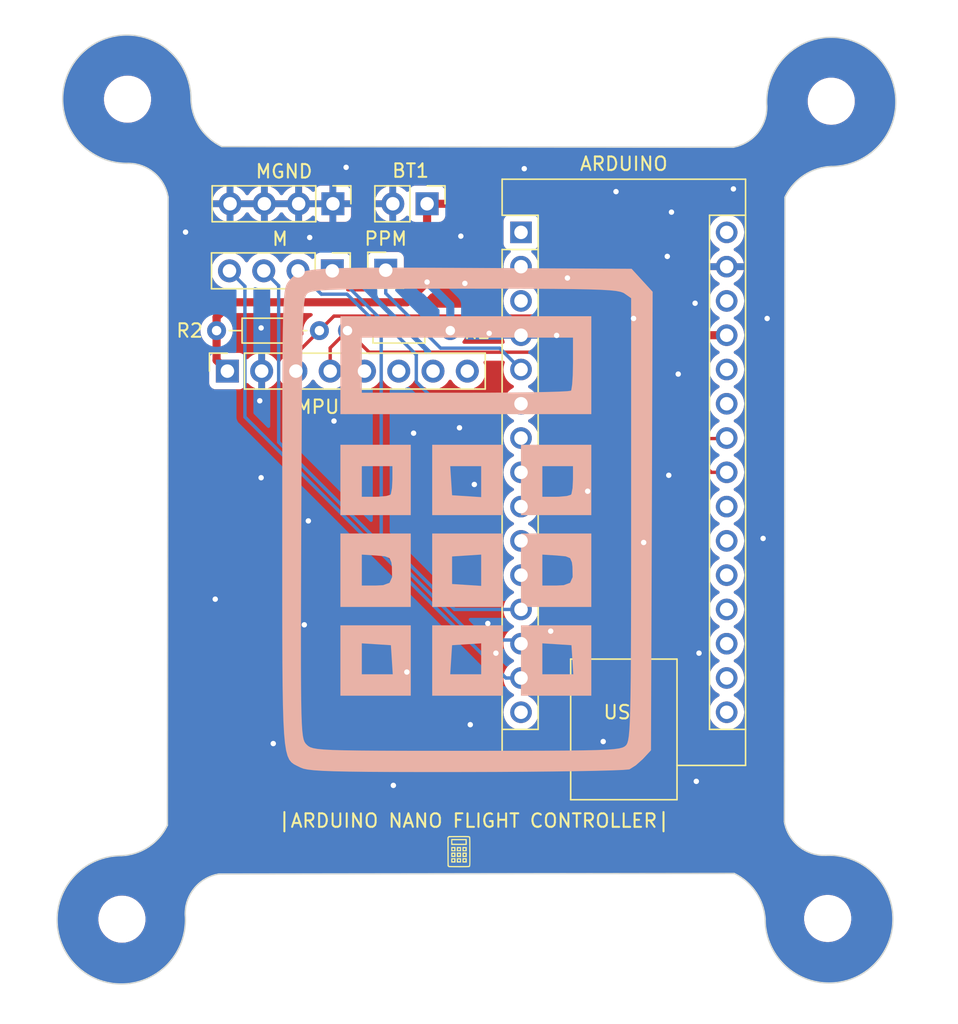
<source format=kicad_pcb>
(kicad_pcb (version 20221018) (generator pcbnew)
  (title_block (title "Arduino nano flight controller") (date "2023-09-30") (rev "0") (company "N/A") (comment 1 "N/A"))
  (layers (0 "F.Cu" signal) (31 "B.Cu" signal) (34 "B.Paste" user) (35 "F.Paste" user) (36 "B.SilkS" user "B.Silkscreen") (37 "F.SilkS" user "F.Silkscreen") (38 "B.Mask" user) (39 "F.Mask" user) (44 "Edge.Cuts" user))
  (net 0 "")
  (net 4 "GND")
  (net 5 "Net-(A2-D2)")
  (net 6 "Net-(A2-D3)")
  (net 12 "Net-(A2-D9)")
  (net 13 "Net-(A2-D10)")
  (net 14 "Net-(A2-D11)")
  (net 23 "/SDA")
  (net 24 "/SCL")
  (net 27 "VCC")
  (footprint "Connector_PinSocket_2.54mm:PinSocket_1x08_P2.54mm_Vertical" (layer "F.Cu") (at 98.7 54.8 90)
    (fp_text reference "MPU6050" (at -2.65 8.6 180) (layer "F.SilkS"))
    (fp_text value "mpu6050 socket pins")
    (fp_line (start -1.33 1.27) (end -1.33 19.11) (stroke (width 0.12)) (layer "F.SilkS"))
    (fp_line (start -1.33 1.27) (end 1.33 1.27) (stroke (width 0.12)) (layer "F.SilkS"))
    (fp_line (start -1.33 19.11) (end 1.33 19.11) (stroke (width 0.12)) (layer "F.SilkS"))
    (fp_line (start 0 -1.33) (end 1.33 -1.33) (stroke (width 0.12)) (layer "F.SilkS"))
    (fp_line (start 1.33 -1.33) (end 1.33 0) (stroke (width 0.12)) (layer "F.SilkS"))
    (fp_line (start 1.33 1.27) (end 1.33 19.11) (stroke (width 0.12)) (layer "F.SilkS"))
    (pad "1" thru_hole rect (at 0 0 90) (size 1.7 1.7) (drill 1) (layers "*.Cu" "*.Mask") (net 27 "VCC"))
    (pad "2" thru_hole oval (at 0 2.54 90) (size 1.7 1.7) (drill 1) (layers "*.Cu" "*.Mask") (net 4 "GND"))
    (pad "3" thru_hole oval (at 0 5.08 90) (size 1.7 1.7) (drill 1) (layers "*.Cu" "*.Mask") (net 24 "/SCL"))
    (pad "4" thru_hole oval (at 0 7.62 90) (size 1.7 1.7) (drill 1) (layers "*.Cu" "*.Mask") (net 23 "/SDA"))
    (pad "5" thru_hole oval (at 0 10.16 90) (size 1.7 1.7) (drill 1) (layers "*.Cu" "*.Mask"))
    (pad "6" thru_hole oval (at 0 12.7 90) (size 1.7 1.7) (drill 1) (layers "*.Cu" "*.Mask"))
    (pad "7" thru_hole oval (at 0 15.24 90) (size 1.7 1.7) (drill 1) (layers "*.Cu" "*.Mask"))
    (pad "8" thru_hole oval (at 0 17.78 90) (size 1.7 1.7) (drill 1) (layers "*.Cu" "*.Mask"))
  )
  (footprint "MountingHole:MountingHole_3.2mm_M3" (layer "F.Cu") (at 90.886202 95.411881)
    (fp_text reference "REF**" hide)
    (fp_text value "MountingHole_3mm")
    (pad "" np_thru_hole circle (at 0 0) (size 3 3) (drill 3) (layers "F&B.Cu" "*.Mask" "Dwgs.User"))
  )
  (footprint "Resistor_THT:R_Axial_DIN0204_L3.6mm_D1.6mm_P7.62mm_Horizontal" (layer "F.Cu") (at 97.9 51.8)
    (fp_text reference "R2" (at -2 0) (layer "F.SilkS"))
    (fp_text value "4.7k")
    (fp_line (start 0.94 0) (end 1.89 0) (stroke (width 0.12)) (layer "F.SilkS"))
    (fp_line (start 1.89 -0.92) (end 1.89 0.92) (stroke (width 0.12)) (layer "F.SilkS"))
    (fp_line (start 1.89 0.92) (end 5.73 0.92) (stroke (width 0.12)) (layer "F.SilkS"))
    (fp_line (start 5.73 -0.92) (end 1.89 -0.92) (stroke (width 0.12)) (layer "F.SilkS"))
    (fp_line (start 5.73 0.92) (end 5.73 -0.92) (stroke (width 0.12)) (layer "F.SilkS"))
    (fp_line (start 6.68 0) (end 5.73 0) (stroke (width 0.12)) (layer "F.SilkS"))
    (pad "1" thru_hole circle (at 0 0) (size 1.4 1.4) (drill 0.7) (layers "*.Cu" "*.Mask") (net 27 "VCC"))
    (pad "2" thru_hole oval (at 7.62 0) (size 1.4 1.4) (drill 0.7) (layers "*.Cu" "*.Mask") (net 24 "/SCL"))
  )
  (footprint "Connector_PinHeader_2.54mm:PinHeader_1x02_P2.54mm_Vertical" (layer "F.Cu") (at 113.5 42.4 -90)
    (fp_text reference "BT1" (at -2.45 1.225 -180) (layer "F.SilkS"))
    (fp_text value "Battery")
    (fp_line (start -1.33 -1.33) (end 0 -1.33) (stroke (width 0.12)) (layer "F.SilkS"))
    (fp_line (start -1.33 0) (end -1.33 -1.33) (stroke (width 0.12)) (layer "F.SilkS"))
    (fp_line (start -1.33 1.27) (end -1.33 3.87) (stroke (width 0.12)) (layer "F.SilkS"))
    (fp_line (start -1.33 1.27) (end 1.33 1.27) (stroke (width 0.12)) (layer "F.SilkS"))
    (fp_line (start -1.33 3.87) (end 1.33 3.87) (stroke (width 0.12)) (layer "F.SilkS"))
    (fp_line (start 1.33 1.27) (end 1.33 3.87) (stroke (width 0.12)) (layer "F.SilkS"))
    (pad "1" thru_hole rect (at 0 0 270) (size 1.7 1.7) (drill 1) (layers "*.Cu" "*.Mask") (net 27 "VCC"))
    (pad "2" thru_hole oval (at 0 2.54 270) (size 1.7 1.7) (drill 1) (layers "*.Cu" "*.Mask") (net 4 "GND"))
  )
  (footprint "Graphics:pcbLogo_2,5mmx2,5mm" (layer "F.Cu") (at 115.85 90.4)
    (fp_text reference "G***" hide)
    (fp_text value "LOGO" hide)
    (fp_poly (pts (xy -0.240156 0.656896) (xy -0.240156 0.819354) (xy -0.402614 0.819354) (xy -0.565073 0.819354) (xy -0.565073 0.720467) (xy -0.48186 0.720467) (xy -0.410452 0.720467) (xy -0.339044 0.720467) (xy -0.339044 0.649059) (xy -0.339044 0.577651) (xy -0.406146 0.581956) (xy -0.473248 0.586262) (xy -0.477554 0.653364) (xy -0.48186 0.720467) (xy -0.565073 0.720467) (xy -0.565073 0.656896) (xy -0.565073 0.494438) (xy -0.402614 0.494438) (xy -0.240156 0.494438)) (fill solid) (layer "F.SilkS"))
    (fp_poly (pts (xy 0.169521 -0.176586) (xy 0.169521 -0.014127) (xy 0.007063 -0.014127) (xy -0.155395 -0.014127) (xy -0.155395 -0.176586) (xy -0.155395 -0.240156) (xy -0.056508 -0.240156) (xy -0.056508 -0.168748) (xy -0.056508 -0.09734) (xy 0.010595 -0.101646) (xy 0.077697 -0.105951) (xy 0.082003 -0.173054) (xy 0.086308 -0.240156) (xy 0.0149 -0.240156) (xy -0.056508 -0.240156) (xy -0.155395 -0.240156) (xy -0.155395 -0.339044) (xy 0.007063 -0.339044) (xy 0.169521 -0.339044)) (fill solid) (layer "F.SilkS"))
    (fp_poly (pts (xy 0.169521 0.240155) (xy 0.169521 0.409677) (xy 0.007063 0.409677) (xy -0.155395 0.409677) (xy -0.155395 0.240155) (xy -0.155395 0.167973) (xy -0.056508 0.167973) (xy -0.056508 0.240155) (xy -0.056508 0.312337) (xy 0.010595 0.308032) (xy 0.077697 0.303726) (xy 0.077697 0.240155) (xy 0.077697 0.176585) (xy 0.010595 0.172279) (xy -0.056508 0.167973) (xy -0.155395 0.167973) (xy -0.155395 0.070634) (xy 0.007063 0.070634) (xy 0.169521 0.070634)) (fill solid) (layer "F.SilkS"))
    (fp_poly (pts (xy 0.169521 0.656896) (xy 0.169521 0.819354) (xy 0.007063 0.819354) (xy -0.155395 0.819354) (xy -0.155395 0.656896) (xy -0.155395 0.577651) (xy -0.056508 0.577651) (xy -0.056508 0.649059) (xy -0.056508 0.720467) (xy 0.0149 0.720467) (xy 0.086308 0.720467) (xy 0.082003 0.653364) (xy 0.077697 0.586262) (xy 0.010595 0.581956) (xy -0.056508 0.577651) (xy -0.155395 0.577651) (xy -0.155395 0.494438) (xy 0.007063 0.494438) (xy 0.169521 0.494438)) (fill solid) (layer "F.SilkS"))
    (fp_poly (pts (xy 0.593325 0.656896) (xy 0.593325 0.819354) (xy 0.430867 0.819354) (xy 0.268409 0.819354) (xy 0.268409 0.720467) (xy 0.351622 0.720467) (xy 0.42303 0.720467) (xy 0.494438 0.720467) (xy 0.494438 0.649059) (xy 0.494438 0.577651) (xy 0.427335 0.581956) (xy 0.360233 0.586262) (xy 0.355927 0.653364) (xy 0.351622 0.720467) (xy 0.268409 0.720467) (xy 0.268409 0.656896) (xy 0.268409 0.494438) (xy 0.430867 0.494438) (xy 0.593325 0.494438)) (fill solid) (layer "F.SilkS"))
    (fp_poly (pts (xy -0.240156 -0.176586) (xy -0.240156 -0.014127) (xy -0.402614 -0.014127) (xy -0.565073 -0.014127) (xy -0.565073 -0.176586) (xy -0.565073 -0.240156) (xy -0.480312 -0.240156) (xy -0.480312 -0.17894) (xy -0.478308 -0.139298) (xy -0.473278 -0.11269) (xy -0.470894 -0.108306) (xy -0.45208 -0.102515) (xy -0.416064 -0.099196) (xy -0.40026 -0.098888) (xy -0.339044 -0.098888) (xy -0.339044 -0.169522) (xy -0.339044 -0.240156) (xy -0.409678 -0.240156) (xy -0.480312 -0.240156) (xy -0.565073 -0.240156) (xy -0.565073 -0.339044) (xy -0.402614 -0.339044) (xy -0.240156 -0.339044)) (fill solid) (layer "F.SilkS"))
    (fp_poly (pts (xy -0.240156 0.240155) (xy -0.240156 0.409677) (xy -0.402614 0.409677) (xy -0.565073 0.409677) (xy -0.565073 0.271599) (xy -0.478827 0.271599) (xy -0.467054 0.298062) (xy -0.437417 0.3091) (xy -0.403058 0.310789) (xy -0.339044 0.310789) (xy -0.339044 0.239381) (xy -0.339044 0.167973) (xy -0.406146 0.172279) (xy -0.446772 0.17613) (xy -0.46716 0.184666) (xy -0.475304 0.203641) (xy -0.477776 0.223842) (xy -0.478827 0.271599) (xy -0.565073 0.271599) (xy -0.565073 0.240155) (xy -0.565073 0.070634) (xy -0.402614 0.070634) (xy -0.240156 0.070634)) (fill solid) (layer "F.SilkS"))
    (fp_poly (pts (xy 0.593325 -0.176586) (xy 0.593325 -0.014127) (xy 0.430867 -0.014127) (xy 0.268409 -0.014127) (xy 0.268409 -0.176586) (xy 0.268409 -0.240156) (xy 0.35317 -0.240156) (xy 0.35317 -0.17894) (xy 0.355173 -0.139298) (xy 0.360204 -0.11269) (xy 0.362588 -0.108306) (xy 0.381402 -0.102515) (xy 0.417418 -0.099196) (xy 0.433222 -0.098888) (xy 0.494438 -0.098888) (xy 0.494438 -0.169522) (xy 0.494438 -0.240156) (xy 0.423804 -0.240156) (xy 0.35317 -0.240156) (xy 0.268409 -0.240156) (xy 0.268409 -0.339044) (xy 0.430867 -0.339044) (xy 0.593325 -0.339044)) (fill solid) (layer "F.SilkS"))
    (fp_poly (pts (xy 0.593325 0.240155) (xy 0.593325 0.409677) (xy 0.430867 0.409677) (xy 0.268409 0.409677) (xy 0.268409 0.271599) (xy 0.354655 0.271599) (xy 0.366427 0.298062) (xy 0.396065 0.3091) (xy 0.430424 0.310789) (xy 0.494438 0.310789) (xy 0.494438 0.239381) (xy 0.494438 0.167973) (xy 0.427335 0.172279) (xy 0.386709 0.17613) (xy 0.366321 0.184666) (xy 0.358177 0.203641) (xy 0.355706 0.223842) (xy 0.354655 0.271599) (xy 0.268409 0.271599) (xy 0.268409 0.240155) (xy 0.268409 0.070634) (xy 0.430867 0.070634) (xy 0.593325 0.070634)) (fill solid) (layer "F.SilkS"))
    (fp_poly (pts (xy 0.593325 -0.706341) (xy 0.593325 -0.480312) (xy 0.014126 -0.480312) (xy -0.565073 -0.480312) (xy -0.565073 -0.706341) (xy -0.565073 -0.833482) (xy -0.480312 -0.833482) (xy -0.480312 -0.715759) (xy -0.479251 -0.660586) (xy -0.476428 -0.61677) (xy -0.472381 -0.591579) (xy -0.470894 -0.588617) (xy -0.455019 -0.586386) (xy -0.414229 -0.584343) (xy -0.35186 -0.582554) (xy -0.27125 -0.581082) (xy -0.175736 -0.579992) (xy -0.068657 -0.57935) (xy 0.016481 -0.5792) (xy 0.494438 -0.5792) (xy 0.494438 -0.706341) (xy 0.494438 -0.833482) (xy 0.007063 -0.833482) (xy -0.480312 -0.833482) (xy -0.565073 -0.833482) (xy -0.565073 -0.93237) (xy 0.014126 -0.93237) (xy 0.593325 -0.93237)) (fill solid) (layer "F.SilkS"))
    (fp_poly (pts (xy 0.421179 -1.156593) (xy 0.519924 -1.155882) (xy 0.599728 -1.154296) (xy 0.662918 -1.151658) (xy 0.711823 -1.147792) (xy 0.748771 -1.14252) (xy 0.77609 -1.135665) (xy 0.796106 -1.127051) (xy 0.81115 -1.116502) (xy 0.823548 -1.10384) (xy 0.83396 -1.091011) (xy 0.839152 -1.08371) (xy 0.843654 -1.074632) (xy 0.847514 -1.061833) (xy 0.850783 -1.043368) (xy 0.853508 -1.017291) (xy 0.855739 -0.981658) (xy 0.857526 -0.934524) (xy 0.858918 -0.873944) (xy 0.859964 -0.797974) (xy 0.860714 -0.704667) (xy 0.861216 -0.59208) (xy 0.861519 -0.458268) (xy 0.861674 -0.301285) (xy 0.861729 -0.119187) (xy 0.861735 0.005825) (xy 0.861768 0.208197) (xy 0.861773 0.384222) (xy 0.86161 0.535807) (xy 0.861135 0.664858) (xy 0.860209 0.773283) (xy 0.85869 0.862988) (xy 0.856436 0.93588) (xy 0.853306 0.993865) (xy 0.849159 1.03885) (xy 0.843854 1.072742) (xy 0.837249 1.097447) (xy 0.829202 1.114872) (xy 0.819574 1.126924) (xy 0.808221 1.135509) (xy 0.795003 1.142534) (xy 0.779779 1.149906) (xy 0.776818 1.151415) (xy 0.764111 1.156221) (xy 0.744629 1.160248) (xy 0.71607 1.163556) (xy 0.676131 1.166206) (xy 0.62251 1.168258) (xy 0.552906 1.169774) (xy 0.465014 1.170815) (xy 0.356532 1.17144) (xy 0.225159 1.171712) (xy 0.068592 1.17169) (xy 0.011296 1.171629) (xy -0.129943 1.171233) (xy -0.26318 1.170431) (xy -0.385636 1.16927) (xy -0.494531 1.167797) (xy -0.587085 1.166058) (xy -0.660518 1.164099) (xy -0.712052 1.161968) (xy -0.738907 1.159709) (xy -0.741658 1.159047) (xy -0.770473 1.140807) (xy -0.802622 1.112122) (xy -0.805228 1.109366) (xy -0.840545 1.07137) (xy -0.84434 0.013073) (xy -0.844375 0.00322) (xy -0.748721 0.00322) (xy -0.748679 0.198487) (xy -0.748522 0.367447) (xy -0.748209 0.512043) (xy -0.747694 0.634221) (xy -0.746935 0.735927) (xy -0.745888 0.819105) (xy -0.744509 0.885702) (xy -0.742755 0.937661) (xy -0.740582 0.976929) (xy -0.737948 1.00545) (xy -0.734807 1.02517) (xy -0.731117 1.038034) (xy -0.726835 1.045988) (xy -0.725342 1.047803) (xy -0.718788 1.053627) (xy -0.708996 1.058505) (xy -0.693597 1.062522) (xy -0.670223 1.065761) (xy -0.636506 1.068304) (xy -0.590077 1.070235) (xy -0.528569 1.071637) (xy -0.449614 1.072594) (xy -0.350843 1.073188) (xy -0.229888 1.073504) (xy -0.084381 1.073624) (xy 0.009252 1.073637) (xy 0.169272 1.073608) (xy 0.303431 1.073458) (xy 0.414121 1.073097) (xy 0.503736 1.072431) (xy 0.574667 1.071368) (xy 0.629308 1.069817) (xy 0.67005 1.067683) (xy 0.699288 1.064877) (xy 0.719412 1.061304) (xy 0.732816 1.056874) (xy 0.741893 1.051493) (xy 0.748993 1.04511) (xy 0.754426 1.03917) (xy 0.759113 1.031674) (xy 0.763099 1.020648) (xy 0.766432 1.004114) (xy 0.769158 0.980098) (xy 0.771325 0.946623) (xy 0.772978 0.901713) (xy 0.774164 0.843393) (xy 0.77493 0.769685) (xy 0.775323 0.678615) (xy 0.77539 0.568206) (xy 0.775176 0.436482) (xy 0.774729 0.281467) (xy 0.774096 0.101186) (xy 0.773715 -0.001416) (xy 0.77297 -0.195475) (xy 0.772248 -0.363239) (xy 0.771492 -0.506667) (xy 0.770641 -0.627717) (xy 0.769638 -0.728348) (xy 0.768422 -0.810518) (xy 0.766936 -0.876186) (xy 0.76512 -0.92731) (xy 0.762916 -0.965849) (xy 0.760264 -0.993762) (xy 0.757105 -1.013006) (xy 0.753381 -1.025542) (xy 0.749033 -1.033326) (xy 0.744002 -1.038318) (xy 0.742489 -1.039463) (xy 0.732133 -1.044126) (xy 0.713419 -1.048033) (xy 0.684105 -1.051247) (xy 0.641954 -1.053829) (xy 0.584727 -1.055841) (xy 0.510185 -1.057345) (xy 0.416088 -1.058402) (xy 0.300198 -1.059074) (xy 0.160277 -1.059423) (xy 0.01457 -1.059511) (xy -0.146539 -1.059423) (xy -0.281745 -1.059111) (xy -0.3934 -1.058504) (xy -0.483855 -1.057533) (xy -0.555461 -1.056126) (xy -0.610569 -1.054213) (xy -0.651531 -1.051722) (xy -0.680696 -1.048585) (xy -0.700417 -1.044729) (xy -0.713045 -1.040084) (xy -0.717324 -1.03752) (xy -0.748721 -1.015528) (xy -0.748721 0.00322) (xy -0.844375 0.00322) (xy -0.848135 -1.045225) (xy -0.799521 -1.09828) (xy -0.750908 -1.151335) (xy -0.011983 -1.15524) (xy 0.157553 -1.156095) (xy 0.301165 -1.156605)) (fill solid) (layer "F.SilkS"))
  )
  (footprint "MountingHole:MountingHole_3.2mm_M3" (layer "F.Cu") (at 91.3 34.65)
    (fp_text reference "REF**" hide)
    (fp_text value "MountingHole_3mm")
    (pad "" np_thru_hole circle (at 0 0) (size 3 3) (drill 3) (layers "F&B.Cu" "*.Mask" "Dwgs.User"))
  )
  (footprint "Connector_PinHeader_2.54mm:PinHeader_1x04_P2.54mm_Vertical" (layer "F.Cu") (at 106.475 47.37 -90)
    (fp_text reference "M" (at -2.37 3.875) (layer "F.SilkS"))
    (fp_text value "Conn_01x04_Pin" hide)
    (fp_line (start -1.33 -1.33) (end 0 -1.33) (stroke (width 0.12)) (layer "F.SilkS"))
    (fp_line (start -1.33 0) (end -1.33 -1.33) (stroke (width 0.12)) (layer "F.SilkS"))
    (fp_line (start -1.33 1.27) (end -1.33 8.95) (stroke (width 0.12)) (layer "F.SilkS"))
    (fp_line (start -1.33 1.27) (end 1.33 1.27) (stroke (width 0.12)) (layer "F.SilkS"))
    (fp_line (start -1.33 8.95) (end 1.33 8.95) (stroke (width 0.12)) (layer "F.SilkS"))
    (fp_line (start 1.33 1.27) (end 1.33 8.95) (stroke (width 0.12)) (layer "F.SilkS"))
    (pad "1" thru_hole rect (at 0 0 270) (size 1.7 1.7) (drill 1) (layers "*.Cu" "*.Mask") (net 6 "Net-(A2-D3)"))
    (pad "2" thru_hole oval (at 0 2.54 270) (size 1.7 1.7) (drill 1) (layers "*.Cu" "*.Mask") (net 12 "Net-(A2-D9)"))
    (pad "3" thru_hole oval (at 0 5.08 270) (size 1.7 1.7) (drill 1) (layers "*.Cu" "*.Mask") (net 13 "Net-(A2-D10)"))
    (pad "4" thru_hole oval (at 0 7.62 270) (size 1.7 1.7) (drill 1) (layers "*.Cu" "*.Mask") (net 14 "Net-(A2-D11)"))
  )
  (footprint "Connector_PinHeader_2.54mm:PinHeader_1x01_P2.54mm_Vertical" (layer "F.Cu") (at 110.435 47.32)
    (fp_text reference "PPM" (at 0 -2.33) (layer "F.SilkS"))
    (fp_text value "Conn_01x01_Pin")
    (fp_line (start -1.33 -1.33) (end 0 -1.33) (stroke (width 0.12)) (layer "F.SilkS"))
    (fp_line (start -1.33 0) (end -1.33 -1.33) (stroke (width 0.12)) (layer "F.SilkS"))
    (fp_line (start -1.33 1.27) (end -1.33 1.33) (stroke (width 0.12)) (layer "F.SilkS"))
    (fp_line (start -1.33 1.27) (end 1.33 1.27) (stroke (width 0.12)) (layer "F.SilkS"))
    (fp_line (start -1.33 1.33) (end 1.33 1.33) (stroke (width 0.12)) (layer "F.SilkS"))
    (fp_line (start 1.33 1.27) (end 1.33 1.33) (stroke (width 0.12)) (layer "F.SilkS"))
    (pad "1" thru_hole rect (at 0 0) (size 1.7 1.7) (drill 1) (layers "*.Cu" "*.Mask") (net 5 "Net-(A2-D2)"))
  )
  (footprint "MountingHole:MountingHole_3.2mm_M3" (layer "F.Cu") (at 143.45 34.8)
    (fp_text reference "REF**" hide)
    (fp_text value "MountingHole_3mm")
    (pad "" np_thru_hole circle (at 0 0) (size 3 3) (drill 3) (layers "F&B.Cu" "*.Mask" "Dwgs.User"))
  )
  (footprint "MountingHole:MountingHole_3.2mm_M3" (layer "F.Cu") (at 143.186202 95.361881)
    (fp_text reference "REF**" hide)
    (fp_text value "MountingHole_3mm")
    (pad "" np_thru_hole circle (at 0 0) (size 3 3) (drill 3) (layers "F&B.Cu" "*.Mask" "Dwgs.User"))
  )
  (footprint "Module:Arduino_Nano" (layer "F.Cu") (at 120.46 44.52)
    (fp_text reference "ARDUINO" (at 7.62 -5.08) (layer "F.SilkS"))
    (fp_text value "Arduino_Nano_v2.x")
    (fp_text user "USB" (at 7.62 35.56 unlocked) (layer "F.SilkS"))
    (fp_line (start -1.4 -3.94) (end -1.4 -1.27) (stroke (width 0.12)) (layer "F.SilkS"))
    (fp_line (start -1.4 1.27) (end -1.4 39.5) (stroke (width 0.12)) (layer "F.SilkS"))
    (fp_line (start -1.4 39.5) (end 3.68 39.5) (stroke (width 0.12)) (layer "F.SilkS"))
    (fp_line (start 1.27 -1.27) (end -1.4 -1.27) (stroke (width 0.12)) (layer "F.SilkS"))
    (fp_line (start 1.27 1.27) (end -1.4 1.27) (stroke (width 0.12)) (layer "F.SilkS"))
    (fp_line (start 1.27 1.27) (end 1.27 -1.27) (stroke (width 0.12)) (layer "F.SilkS"))
    (fp_line (start 1.27 1.27) (end 1.27 36.83) (stroke (width 0.12)) (layer "F.SilkS"))
    (fp_line (start 1.27 36.83) (end -1.4 36.83) (stroke (width 0.12)) (layer "F.SilkS"))
    (fp_line (start 3.68 31.62) (end 11.56 31.62) (stroke (width 0.12)) (layer "F.SilkS"))
    (fp_line (start 3.68 42.04) (end 3.68 31.62) (stroke (width 0.12)) (layer "F.SilkS"))
    (fp_line (start 11.56 31.62) (end 11.56 42.04) (stroke (width 0.12)) (layer "F.SilkS"))
    (fp_line (start 11.56 42.04) (end 3.68 42.04) (stroke (width 0.12)) (layer "F.SilkS"))
    (fp_line (start 13.97 -1.27) (end 13.97 36.83) (stroke (width 0.12)) (layer "F.SilkS"))
    (fp_line (start 13.97 -1.27) (end 16.64 -1.27) (stroke (width 0.12)) (layer "F.SilkS"))
    (fp_line (start 13.97 36.83) (end 16.64 36.83) (stroke (width 0.12)) (layer "F.SilkS"))
    (fp_line (start 16.64 -3.94) (end -1.4 -3.94) (stroke (width 0.12)) (layer "F.SilkS"))
    (fp_line (start 16.64 39.5) (end 11.56 39.5) (stroke (width 0.12)) (layer "F.SilkS"))
    (fp_line (start 16.64 39.5) (end 16.64 -3.94) (stroke (width 0.12)) (layer "F.SilkS"))
    (pad "1" thru_hole rect (at 0 0) (size 1.6 1.6) (drill 1) (layers "*.Cu" "*.Mask"))
    (pad "2" thru_hole oval (at 0 2.54) (size 1.6 1.6) (drill 1) (layers "*.Cu" "*.Mask"))
    (pad "3" thru_hole oval (at 0 5.08) (size 1.6 1.6) (drill 1) (layers "*.Cu" "*.Mask"))
    (pad "4" thru_hole oval (at 0 7.62) (size 1.6 1.6) (drill 1) (layers "*.Cu" "*.Mask") (net 4 "GND"))
    (pad "5" thru_hole oval (at 0 10.16) (size 1.6 1.6) (drill 1) (layers "*.Cu" "*.Mask") (net 5 "Net-(A2-D2)"))
    (pad "6" thru_hole oval (at 0 12.7) (size 1.6 1.6) (drill 1) (layers "*.Cu" "*.Mask") (net 6 "Net-(A2-D3)"))
    (pad "7" thru_hole oval (at 0 15.24) (size 1.6 1.6) (drill 1) (layers "*.Cu" "*.Mask"))
    (pad "8" thru_hole oval (at 0 17.78) (size 1.6 1.6) (drill 1) (layers "*.Cu" "*.Mask"))
    (pad "9" thru_hole oval (at 0 20.32) (size 1.6 1.6) (drill 1) (layers "*.Cu" "*.Mask"))
    (pad "10" thru_hole oval (at 0 22.86) (size 1.6 1.6) (drill 1) (layers "*.Cu" "*.Mask"))
    (pad "11" thru_hole oval (at 0 25.4) (size 1.6 1.6) (drill 1) (layers "*.Cu" "*.Mask"))
    (pad "12" thru_hole oval (at 0 27.94) (size 1.6 1.6) (drill 1) (layers "*.Cu" "*.Mask") (net 12 "Net-(A2-D9)"))
    (pad "13" thru_hole oval (at 0 30.48) (size 1.6 1.6) (drill 1) (layers "*.Cu" "*.Mask") (net 13 "Net-(A2-D10)"))
    (pad "14" thru_hole oval (at 0 33.02) (size 1.6 1.6) (drill 1) (layers "*.Cu" "*.Mask") (net 14 "Net-(A2-D11)"))
    (pad "15" thru_hole oval (at 0 35.56) (size 1.6 1.6) (drill 1) (layers "*.Cu" "*.Mask"))
    (pad "16" thru_hole oval (at 15.24 35.56) (size 1.6 1.6) (drill 1) (layers "*.Cu" "*.Mask"))
    (pad "17" thru_hole oval (at 15.24 33.02) (size 1.6 1.6) (drill 1) (layers "*.Cu" "*.Mask"))
    (pad "18" thru_hole oval (at 15.24 30.48) (size 1.6 1.6) (drill 1) (layers "*.Cu" "*.Mask"))
    (pad "19" thru_hole oval (at 15.24 27.94) (size 1.6 1.6) (drill 1) (layers "*.Cu" "*.Mask"))
    (pad "20" thru_hole oval (at 15.24 25.4) (size 1.6 1.6) (drill 1) (layers "*.Cu" "*.Mask"))
    (pad "21" thru_hole oval (at 15.24 22.86) (size 1.6 1.6) (drill 1) (layers "*.Cu" "*.Mask"))
    (pad "22" thru_hole oval (at 15.24 20.32) (size 1.6 1.6) (drill 1) (layers "*.Cu" "*.Mask"))
    (pad "23" thru_hole oval (at 15.24 17.78) (size 1.6 1.6) (drill 1) (layers "*.Cu" "*.Mask") (net 23 "/SDA"))
    (pad "24" thru_hole oval (at 15.24 15.24) (size 1.6 1.6) (drill 1) (layers "*.Cu" "*.Mask") (net 24 "/SCL"))
    (pad "25" thru_hole oval (at 15.24 12.7) (size 1.6 1.6) (drill 1) (layers "*.Cu" "*.Mask"))
    (pad "26" thru_hole oval (at 15.24 10.16) (size 1.6 1.6) (drill 1) (layers "*.Cu" "*.Mask"))
    (pad "27" thru_hole oval (at 15.24 7.62) (size 1.6 1.6) (drill 1) (layers "*.Cu" "*.Mask") (net 27 "VCC"))
    (pad "28" thru_hole oval (at 15.24 5.08) (size 1.6 1.6) (drill 1) (layers "*.Cu" "*.Mask"))
    (pad "29" thru_hole oval (at 15.24 2.54) (size 1.6 1.6) (drill 1) (layers "*.Cu" "*.Mask") (net 4 "GND"))
    (pad "30" thru_hole oval (at 15.24 0) (size 1.6 1.6) (drill 1) (layers "*.Cu" "*.Mask"))
  )
  (footprint "Resistor_THT:R_Axial_DIN0204_L3.6mm_D1.6mm_P7.62mm_Horizontal" (layer "F.Cu") (at 115.22 51.8 180)
    (fp_text reference "R1" (at -1.98 -0.1) (layer "F.SilkS"))
    (fp_text value "4.7k")
    (fp_line (start 0.94 0) (end 1.89 0) (stroke (width 0.12)) (layer "F.SilkS"))
    (fp_line (start 1.89 -0.92) (end 1.89 0.92) (stroke (width 0.12)) (layer "F.SilkS"))
    (fp_line (start 1.89 0.92) (end 5.73 0.92) (stroke (width 0.12)) (layer "F.SilkS"))
    (fp_line (start 5.73 -0.92) (end 1.89 -0.92) (stroke (width 0.12)) (layer "F.SilkS"))
    (fp_line (start 5.73 0.92) (end 5.73 -0.92) (stroke (width 0.12)) (layer "F.SilkS"))
    (fp_line (start 6.68 0) (end 5.73 0) (stroke (width 0.12)) (layer "F.SilkS"))
    (pad "1" thru_hole circle (at 0 0 180) (size 1.4 1.4) (drill 0.7) (layers "*.Cu" "*.Mask") (net 27 "VCC"))
    (pad "2" thru_hole oval (at 7.62 0 180) (size 1.4 1.4) (drill 0.7) (layers "*.Cu" "*.Mask") (net 23 "/SDA"))
  )
  (footprint "Connector_PinHeader_2.54mm:PinHeader_1x04_P2.54mm_Vertical" (layer "F.Cu") (at 106.52 42.4 -90)
    (fp_text reference "MGND" (at -2.4 3.62 180) (layer "F.SilkS"))
    (fp_text value "motors pins")
    (fp_line (start -1.33 -1.33) (end 0 -1.33) (stroke (width 0.12)) (layer "F.SilkS"))
    (fp_line (start -1.33 0) (end -1.33 -1.33) (stroke (width 0.12)) (layer "F.SilkS"))
    (fp_line (start -1.33 1.27) (end -1.33 8.95) (stroke (width 0.12)) (layer "F.SilkS"))
    (fp_line (start -1.33 1.27) (end 1.33 1.27) (stroke (width 0.12)) (layer "F.SilkS"))
    (fp_line (start -1.33 8.95) (end 1.33 8.95) (stroke (width 0.12)) (layer "F.SilkS"))
    (fp_line (start 1.33 1.27) (end 1.33 8.95) (stroke (width 0.12)) (layer "F.SilkS"))
    (pad "1" thru_hole rect (at 0 0 270) (size 1.7 1.7) (drill 1) (layers "*.Cu" "*.Mask") (net 4 "GND"))
    (pad "2" thru_hole oval (at 0 2.54 270) (size 1.7 1.7) (drill 1) (layers "*.Cu" "*.Mask") (net 4 "GND"))
    (pad "3" thru_hole oval (at 0 5.08 270) (size 1.7 1.7) (drill 1) (layers "*.Cu" "*.Mask") (net 4 "GND"))
    (pad "4" thru_hole oval (at 0 7.62 270) (size 1.7 1.7) (drill 1) (layers "*.Cu" "*.Mask") (net 4 "GND"))
  )
  (footprint "Graphics:pcbLogo_40mmx40mm" (layer "B.Cu") (at 116.6 65.7 180)
    (fp_text reference "G***" hide)
    (fp_text value "LOGO" hide)
    (fp_poly (pts (xy -3.855357 -10.545536) (xy -3.855357 -13.153572) (xy -6.463392 -13.153572) (xy -9.071428 -13.153572) (xy -9.071428 -11.566072) (xy -7.735566 -11.566072) (xy -6.589211 -11.566072) (xy -5.442857 -11.566072) (xy -5.442857 -10.419717) (xy -5.442857 -9.273363) (xy -6.520089 -9.342485) (xy -7.597321 -9.411608) (xy -7.666443 -10.48884) (xy -7.735566 -11.566072) (xy -9.071428 -11.566072) (xy -9.071428 -10.545536) (xy -9.071428 -7.9375) (xy -6.463392 -7.9375) (xy -3.855357 -7.9375)) (fill solid) (layer "B.SilkS"))
    (fp_poly (pts (xy 2.721429 -10.545536) (xy 2.721429 -13.153572) (xy 0.113393 -13.153572) (xy -2.494642 -13.153572) (xy -2.494642 -10.545536) (xy -2.494642 -9.273363) (xy -0.907142 -9.273363) (xy -0.907142 -10.419717) (xy -0.907142 -11.566072) (xy 0.239212 -11.566072) (xy 1.385566 -11.566072) (xy 1.316444 -10.48884) (xy 1.247322 -9.411608) (xy 0.17009 -9.342485) (xy -0.907142 -9.273363) (xy -2.494642 -9.273363) (xy -2.494642 -7.9375) (xy 0.113393 -7.9375) (xy 2.721429 -7.9375)) (fill solid) (layer "B.SilkS"))
    (fp_poly (pts (xy 2.721429 -3.855358) (xy 2.721429 -6.576786) (xy 0.113393 -6.576786) (xy -2.494642 -6.576786) (xy -2.494642 -3.855358) (xy -2.494642 -2.696577) (xy -0.907142 -2.696577) (xy -0.907142 -3.855358) (xy -0.907142 -5.014138) (xy 0.17009 -4.945016) (xy 1.247322 -4.875893) (xy 1.247322 -3.855358) (xy 1.247322 -2.834822) (xy 0.17009 -2.765699) (xy -0.907142 -2.696577) (xy -2.494642 -2.696577) (xy -2.494642 -1.133929) (xy 0.113393 -1.133929) (xy 2.721429 -1.133929)) (fill solid) (layer "B.SilkS"))
    (fp_poly (pts (xy 2.721429 2.834821) (xy 2.721429 0.226785) (xy 0.113393 0.226785) (xy -2.494642 0.226785) (xy -2.494642 2.834821) (xy -2.494642 3.855357) (xy -0.907142 3.855357) (xy -0.907142 2.709002) (xy -0.907142 1.562648) (xy 0.17009 1.63177) (xy 1.247322 1.700892) (xy 1.316444 2.778125) (xy 1.385566 3.855357) (xy 0.239212 3.855357) (xy -0.907142 3.855357) (xy -2.494642 3.855357) (xy -2.494642 5.442857) (xy 0.113393 5.442857) (xy 2.721429 5.442857)) (fill solid) (layer "B.SilkS"))
    (fp_poly (pts (xy 9.525 -10.545536) (xy 9.525 -13.153572) (xy 6.916965 -13.153572) (xy 4.308929 -13.153572) (xy 4.308929 -11.566072) (xy 5.644791 -11.566072) (xy 6.791146 -11.566072) (xy 7.9375 -11.566072) (xy 7.9375 -10.419717) (xy 7.9375 -9.273363) (xy 6.860268 -9.342485) (xy 5.783036 -9.411608) (xy 5.713914 -10.48884) (xy 5.644791 -11.566072) (xy 4.308929 -11.566072) (xy 4.308929 -10.545536) (xy 4.308929 -7.9375) (xy 6.916965 -7.9375) (xy 9.525 -7.9375)) (fill solid) (layer "B.SilkS"))
    (fp_poly (pts (xy -3.855357 -3.855358) (xy -3.855357 -6.576786) (xy -6.463392 -6.576786) (xy -9.071428 -6.576786) (xy -9.071428 -4.360136) (xy -7.686872 -4.360136) (xy -7.497885 -4.78497) (xy -7.022091 -4.96216) (xy -6.47051 -4.989286) (xy -5.442857 -4.989286) (xy -5.442857 -3.842932) (xy -5.442857 -2.696577) (xy -6.520089 -2.765699) (xy -7.172286 -2.827523) (xy -7.499583 -2.96455) (xy -7.630325 -3.269171) (xy -7.669996 -3.593465) (xy -7.686872 -4.360136) (xy -9.071428 -4.360136) (xy -9.071428 -3.855358) (xy -9.071428 -1.133929) (xy -6.463392 -1.133929) (xy -3.855357 -1.133929)) (fill solid) (layer "B.SilkS"))
    (fp_poly (pts (xy -3.855357 2.834821) (xy -3.855357 0.226785) (xy -6.463392 0.226785) (xy -9.071428 0.226785) (xy -9.071428 2.834821) (xy -9.071428 3.855357) (xy -7.710714 3.855357) (xy -7.710714 2.872619) (xy -7.678548 2.236224) (xy -7.597796 1.809064) (xy -7.559523 1.73869) (xy -7.257486 1.645732) (xy -6.679304 1.592438) (xy -6.425595 1.5875) (xy -5.442857 1.5875) (xy -5.442857 2.721428) (xy -5.442857 3.855357) (xy -6.576785 3.855357) (xy -7.710714 3.855357) (xy -9.071428 3.855357) (xy -9.071428 5.442857) (xy -6.463392 5.442857) (xy -3.855357 5.442857)) (fill solid) (layer "B.SilkS"))
    (fp_poly (pts (xy 9.525 -3.855358) (xy 9.525 -6.576786) (xy 6.916965 -6.576786) (xy 4.308929 -6.576786) (xy 4.308929 -4.360136) (xy 5.693485 -4.360136) (xy 5.882472 -4.78497) (xy 6.358267 -4.96216) (xy 6.909847 -4.989286) (xy 7.9375 -4.989286) (xy 7.9375 -3.842932) (xy 7.9375 -2.696577) (xy 6.860268 -2.765699) (xy 6.208071 -2.827523) (xy 5.880774 -2.96455) (xy 5.750033 -3.269171) (xy 5.710361 -3.593465) (xy 5.693485 -4.360136) (xy 4.308929 -4.360136) (xy 4.308929 -3.855358) (xy 4.308929 -1.133929) (xy 6.916965 -1.133929) (xy 9.525 -1.133929)) (fill solid) (layer "B.SilkS"))
    (fp_poly (pts (xy 9.525 2.834821) (xy 9.525 0.226785) (xy 6.916965 0.226785) (xy 4.308929 0.226785) (xy 4.308929 2.834821) (xy 4.308929 3.855357) (xy 5.669643 3.855357) (xy 5.669643 2.872619) (xy 5.701809 2.236224) (xy 5.782561 1.809064) (xy 5.820834 1.73869) (xy 6.122871 1.645732) (xy 6.701053 1.592438) (xy 6.954762 1.5875) (xy 7.9375 1.5875) (xy 7.9375 2.721428) (xy 7.9375 3.855357) (xy 6.803572 3.855357) (xy 5.669643 3.855357) (xy 4.308929 3.855357) (xy 4.308929 5.442857) (xy 6.916965 5.442857) (xy 9.525 5.442857)) (fill solid) (layer "B.SilkS"))
    (fp_poly (pts (xy 9.525 11.339285) (xy 9.525 7.710714) (xy 0.226786 7.710714) (xy -9.071428 7.710714) (xy -9.071428 11.339285) (xy -9.071428 13.380357) (xy -7.710714 13.380357) (xy -7.710714 11.490476) (xy -7.693686 10.604754) (xy -7.648363 9.901359) (xy -7.583387 9.496951) (xy -7.559523 9.449404) (xy -7.304677 9.413581) (xy -6.649841 9.380788) (xy -5.648595 9.352061) (xy -4.354517 9.328434) (xy -2.821184 9.310944) (xy -1.102176 9.300624) (xy 0.264584 9.298214) (xy 7.9375 9.298214) (xy 7.9375 11.339285) (xy 7.9375 13.380357) (xy 0.113393 13.380357) (xy -7.710714 13.380357) (xy -9.071428 13.380357) (xy -9.071428 14.967857) (xy 0.226786 14.967857) (xy 9.525 14.967857)) (fill solid) (layer "B.SilkS"))
    (fp_poly (pts (xy 6.761436 18.567435) (xy 8.346646 18.556028) (xy 9.627782 18.53057) (xy 10.642214 18.488223) (xy 11.427316 18.42615) (xy 12.02046 18.341512) (xy 12.459017 18.231472) (xy 12.780359 18.093193) (xy 13.02186 17.923837) (xy 13.22089 17.720567) (xy 13.388044 17.514611) (xy 13.471401 17.397404) (xy 13.54367 17.251677) (xy 13.605642 17.046206) (xy 13.658107 16.74977) (xy 13.701856 16.331146) (xy 13.73768 15.759112) (xy 13.766369 15.002444) (xy 13.788715 14.029922) (xy 13.805507 12.810321) (xy 13.817536 11.31242) (xy 13.825593 9.504997) (xy 13.830468 7.356828) (xy 13.832953 4.836691) (xy 13.833837 1.913364) (xy 13.833929 -0.093516) (xy 13.834462 -3.342306) (xy 13.834548 -6.168138) (xy 13.831918 -8.601619) (xy 13.824303 -10.67336) (xy 13.809435 -12.413968) (xy 13.785044 -13.854054) (xy 13.748862 -15.024225) (xy 13.698619 -15.955091) (xy 13.632047 -16.677261) (xy 13.546878 -17.221343) (xy 13.440841 -17.617947) (xy 13.311669 -17.897682) (xy 13.157091 -18.091156) (xy 12.974841 -18.228979) (xy 12.762647 -18.341759) (xy 12.518243 -18.460105) (xy 12.47071 -18.484331) (xy 12.266711 -18.561491) (xy 11.953955 -18.626135) (xy 11.495481 -18.679238) (xy 10.854324 -18.721777) (xy 9.993524 -18.754727) (xy 8.876115 -18.779066) (xy 7.465137 -18.795768) (xy 5.723626 -18.805809) (xy 3.614619 -18.810167) (xy 1.101153 -18.809816) (xy 0.181352 -18.80884) (xy -2.086041 -18.802475) (xy -4.224975 -18.789603) (xy -6.190828 -18.770971) (xy -7.938977 -18.747322) (xy -9.424799 -18.719404) (xy -10.603672 -18.687962) (xy -11.430974 -18.65374) (xy -11.862082 -18.617486) (xy -11.90625 -18.606855) (xy -12.368843 -18.314029) (xy -12.884939 -17.853536) (xy -12.926785 -17.809287) (xy -13.49375 -17.199328) (xy -13.554668 -0.209869) (xy -13.555235 -0.051699) (xy -12.019643 -0.051699) (xy -12.018961 -3.18644) (xy -12.016452 -5.89884) (xy -12.011415 -8.220125) (xy -12.003152 -10.181524) (xy -11.990965 -11.814264) (xy -11.974153 -13.149574) (xy -11.952018 -14.218682) (xy -11.923861 -15.052816) (xy -11.888983 -15.683203) (xy -11.846686 -16.141071) (xy -11.796269 -16.457649) (xy -11.737035 -16.664164) (xy -11.668285 -16.791844) (xy -11.644315 -16.820982) (xy -11.539109 -16.914477) (xy -11.38191 -16.992799) (xy -11.1347 -17.057285) (xy -10.759462 -17.109272) (xy -10.218179 -17.150096) (xy -9.472836 -17.181096) (xy -8.485414 -17.203607) (xy -7.217898 -17.218966) (xy -5.63227 -17.228512) (xy -3.690513 -17.23358) (xy -1.354611 -17.235508) (xy 0.148542 -17.235715) (xy 2.71743 -17.235245) (xy 4.871157 -17.23285) (xy 6.648132 -17.227047) (xy 8.086765 -17.216356) (xy 9.225466 -17.199295) (xy 10.102645 -17.174383) (xy 10.75671 -17.140139) (xy 11.226073 -17.095082) (xy 11.549143 -17.03773) (xy 11.764329 -16.966603) (xy 11.910041 -16.880219) (xy 12.024025 -16.777761) (xy 12.111246 -16.68239) (xy 12.186479 -16.562059) (xy 12.250474 -16.385046) (xy 12.30398 -16.119628) (xy 12.347747 -15.734083) (xy 12.382523 -15.196691) (xy 12.409059 -14.475728) (xy 12.428103 -13.539474) (xy 12.440406 -12.356206) (xy 12.446715 -10.894203) (xy 12.447782 -9.121742) (xy 12.444354 -7.007102) (xy 12.437182 -4.51856) (xy 12.427015 -1.624396) (xy 12.4209 0.022723) (xy 12.408936 3.138066) (xy 12.397353 5.831281) (xy 12.385207 8.13381) (xy 12.371551 10.077095) (xy 12.355441 11.692578) (xy 12.335929 13.0117) (xy 12.31207 14.065903) (xy 12.282919 14.886629) (xy 12.247529 15.505319) (xy 12.204955 15.953417) (xy 12.154251 16.262362) (xy 12.09447 16.463597) (xy 12.024668 16.588564) (xy 11.943898 16.668705) (xy 11.919601 16.687091) (xy 11.753363 16.761937) (xy 11.452923 16.824663) (xy 10.98234 16.876258) (xy 10.305669 16.917711) (xy 9.386969 16.950014) (xy 8.190297 16.974155) (xy 6.67971 16.991125) (xy 4.819265 17.001914) (xy 2.573021 17.007511) (xy 0.233902 17.008928) (xy -2.352461 17.007511) (xy -4.523002 17.002501) (xy -6.315465 16.992767) (xy -7.767591 16.977173) (xy -8.917125 16.954585) (xy -9.801809 16.92387) (xy -10.459386 16.883893) (xy -10.927599 16.83352) (xy -11.244191 16.771617) (xy -11.446905 16.697051) (xy -11.51561 16.65589) (xy -12.019643 16.302852) (xy -12.019643 -0.051699) (xy -13.555235 -0.051699) (xy -13.615586 16.77959) (xy -12.835166 17.631313) (xy -12.054746 18.483035) (xy -0.192366 18.545719) (xy 2.529302 18.559442) (xy 4.834778 18.567627)) (fill solid) (layer "B.SilkS"))
  )
  (gr_arc (start 91.25 39.404208) (mid 93.245869 40.078266) (end 94.305311 41.899099) (stroke (width 0.1)) (layer "Edge.Cuts"))
  (gr_arc (start 91.25 39.404208) (mid 87.888267 31.288267) (end 96.004208 34.65) (stroke (width 0.1)) (layer "Edge.Cuts"))
  (gr_line (start 98.293238 38.164321) (end 136.179167 38.209442) (stroke (width 0.1)) (layer "Edge.Cuts"))
  (gr_line (start 98.059552 92.06729) (end 136.254903 92.022278) (stroke (width 0.1)) (layer "Edge.Cuts"))
  (gr_arc (start 98.293238 38.164321) (mid 96.650762 36.731504) (end 96.004208 34.65) (stroke (width 0.1)) (layer "Edge.Cuts"))
  (gr_line (start 94.256756 88.447976) (end 94.305311 41.8991) (stroke (width 0.1)) (layer "Edge.Cuts"))
  (gr_arc (start 138.674059 35.154131) (mid 146.724649 31.360189) (end 143.45 39.635615) (stroke (width 0.1)) (layer "Edge.Cuts"))
  (gr_arc (start 136.254903 92.022278) (mid 137.867505 93.402885) (end 138.553433 95.411881) (stroke (width 0.1)) (layer "Edge.Cuts"))
  (gr_arc (start 94.256756 88.447976) (mid 92.86271 90.056511) (end 90.836202 90.707673) (stroke (width 0.1)) (layer "Edge.Cuts"))
  (gr_arc (start 143.032071 90.685939) (mid 141.036228 90.011866) (end 139.97676 88.191048) (stroke (width 0.1)) (layer "Edge.Cuts"))
  (gr_arc (start 138.674058 35.154131) (mid 138 37.15) (end 136.179167 38.209442) (stroke (width 0.1)) (layer "Edge.Cuts"))
  (gr_arc (start 95.577119 95.106628) (mid 96.248035 93.121156) (end 98.059552 92.06729) (stroke (width 0.1)) (layer "Edge.Cuts"))
  (gr_arc (start 140.020308 41.90959) (mid 141.417955 40.294192) (end 143.45 39.635615) (stroke (width 0.1)) (layer "Edge.Cuts"))
  (gr_arc (start 143.032071 90.68594) (mid 146.721449 98.667365) (end 138.553433 95.411881) (stroke (width 0.1)) (layer "Edge.Cuts"))
  (gr_line (start 139.97676 88.191048) (end 140.020308 41.90959) (stroke (width 0.1)) (layer "Edge.Cuts"))
  (gr_arc (start 95.577118 95.106628) (mid 87.602509 98.946952) (end 90.836202 90.707673) (stroke (width 0.1)) (layer "Edge.Cuts"))
  (gr_text "|ARDUINO NANO FLIGHT CONTROLLER|" (at 102.35 88.7) (layer "F.SilkS") (effects (font (size 1 1)) (justify left bottom)))
  (via (at 127.5 41.5) (size 0.8) (drill 0.4) (layers "F.Cu" "B.Cu") (net 4))
  (via (at 115.9 59) (size 0.8) (drill 0.4) (layers "F.Cu" "B.Cu") (net 4))
  (via (at 120.7 39.8) (size 0.8) (drill 0.4) (layers "F.Cu" "B.Cu") (net 4))
  (via (at 102.1 82.4) (size 0.8) (drill 0.4) (layers "F.Cu" "B.Cu") (net 4))
  (via (at 129.55 67.5) (size 0.8) (drill 0.4) (layers "F.Cu" "B.Cu") (net 4))
  (via (at 133.36 49.77) (size 0.8) (drill 0.4) (layers "F.Cu" "B.Cu") (net 4))
  (via (at 131.61 43.02) (size 0.8) (drill 0.4) (layers "F.Cu" "B.Cu") (net 4))
  (via (at 112 77.1) (size 0.8) (drill 0.4) (layers "F.Cu" "B.Cu") (net 4))
  (via (at 116.7 81) (size 0.8) (drill 0.4) (layers "F.Cu" "B.Cu") (net 4))
  (via (at 95.6 44.5) (size 0.8) (drill 0.4) (layers "F.Cu" "B.Cu") (net 4))
  (via (at 116.3 48.3) (size 0.8) (drill 0.4) (layers "F.Cu" "B.Cu") (net 4))
  (via (at 106.6 58.5) (size 0.8) (drill 0.4) (layers "F.Cu" "B.Cu") (net 4))
  (via (at 138.7 50.9) (size 0.8) (drill 0.4) (layers "F.Cu" "B.Cu") (net 4))
  (via (at 136.2 41.3) (size 0.8) (drill 0.4) (layers "F.Cu" "B.Cu") (net 4))
  (via (at 128.8 50.9) (size 0.8) (drill 0.4) (layers "F.Cu" "B.Cu") (net 4))
  (via (at 122.66 74.07) (size 0.8) (drill 0.4) (layers "F.Cu" "B.Cu") (net 4))
  (via (at 104.7 65.9) (size 0.8) (drill 0.4) (layers "F.Cu" "B.Cu") (net 4))
  (via (at 133.45 85.2) (size 0.8) (drill 0.4) (layers "F.Cu" "B.Cu") (net 4))
  (via (at 112.5 59.4) (size 0.8) (drill 0.4) (layers "F.Cu" "B.Cu") (net 4))
  (via (at 101.1 57) (size 0.8) (drill 0.4) (layers "F.Cu" "B.Cu") (net 4))
  (via (at 101.2 51.6) (size 0.8) (drill 0.4) (layers "F.Cu" "B.Cu") (net 4))
  (via (at 123.9 47.9) (size 0.8) (drill 0.4) (layers "F.Cu" "B.Cu") (net 4))
  (via (at 126.55 82.25) (size 0.8) (drill 0.4) (layers "F.Cu" "B.Cu") (net 4))
  (via (at 138.4 67.2) (size 0.8) (drill 0.4) (layers "F.Cu" "B.Cu") (net 4))
  (via (at 131.41 62.52) (size 0.8) (drill 0.4) (layers "F.Cu" "B.Cu") (net 4))
  (via (at 116 44.8) (size 0.8) (drill 0.4) (layers "F.Cu" "B.Cu") (net 4))
  (via (at 117 63.2) (size 0.8) (drill 0.4) (layers "F.Cu" "B.Cu") (net 4))
  (via (at 104.4 73.6) (size 0.8) (drill 0.4) (layers "F.Cu" "B.Cu") (net 4))
  (via (at 118.6 75.7) (size 0.8) (drill 0.4) (layers "F.Cu" "B.Cu") (net 4))
  (via (at 133.65 75.7) (size 0.8) (drill 0.4) (layers "F.Cu" "B.Cu") (net 4))
  (via (at 111 85.5) (size 0.8) (drill 0.4) (layers "F.Cu" "B.Cu") (net 4))
  (via (at 131.3 46.3) (size 0.8) (drill 0.4) (layers "F.Cu" "B.Cu") (net 4))
  (via (at 107.5 39.7) (size 0.8) (drill 0.4) (layers "F.Cu" "B.Cu") (net 4))
  (via (at 104.8 44.9) (size 0.8) (drill 0.4) (layers "F.Cu" "B.Cu") (net 4))
  (via (at 97.8 71.7) (size 0.8) (drill 0.4) (layers "F.Cu" "B.Cu") (net 4))
  (via (at 101.2 62.7) (size 0.8) (drill 0.4) (layers "F.Cu" "B.Cu") (net 4))
  (via (at 123.1 52.1545) (size 0.8) (drill 0.4) (layers "F.Cu" "B.Cu") (net 4))
  (via (at 132.11 55.02) (size 0.8) (drill 0.4) (layers "F.Cu" "B.Cu") (net 4))
  (via (at 118 73.5) (size 0.8) (drill 0.4) (layers "F.Cu" "B.Cu") (net 4))
  (via (at 118.1 52) (size 0.8) (drill 0.4) (layers "F.Cu" "B.Cu") (net 4))
  (via (at 125.4 63.7) (size 0.8) (drill 0.4) (layers "F.Cu" "B.Cu") (net 4))
  (segment (start 110.435 49.035) (end 114.5 53.1) (width 0.25) (layer "B.Cu") (net 5))
  (segment (start 114.5 53.1) (end 118.88 53.1) (width 0.25) (layer "B.Cu") (net 5))
  (segment (start 118.88 53.1) (end 120.46 54.68) (width 0.25) (layer "B.Cu") (net 5))
  (segment (start 110.435 47.32) (end 110.435 49.035) (width 0.25) (layer "B.Cu") (net 5))
  (segment (start 114.32 57.22) (end 120.46 57.22) (width 0.25) (layer "B.Cu") (net 6))
  (segment (start 112.7 53.595) (end 112.7 55.6) (width 0.25) (layer "B.Cu") (net 6))
  (segment (start 106.475 47.37) (end 112.7 53.595) (width 0.25) (layer "B.Cu") (net 6))
  (segment (start 112.7 55.6) (end 114.32 57.22) (width 0.25) (layer "B.Cu") (net 6))
  (segment (start 110.1 67.027208) (end 115.532792 72.46) (width 0.25) (layer "B.Cu") (net 12))
  (segment (start 103.935 47.37) (end 105.665 49.1) (width 0.25) (layer "B.Cu") (net 12))
  (segment (start 105.665 49.1) (end 107.568604 49.1) (width 0.25) (layer "B.Cu") (net 12))
  (segment (start 110.1 51.631396) (end 107.568604 49.1) (width 0.25) (layer "B.Cu") (net 12))
  (segment (start 110.1 51.631396) (end 110.1 67.027208) (width 0.25) (layer "B.Cu") (net 12))
  (segment (start 115.532792 72.46) (end 120.46 72.46) (width 0.25) (layer "B.Cu") (net 12))
  (segment (start 102.5 60.063604) (end 117.161396 74.725) (width 0.25) (layer "B.Cu") (net 13))
  (segment (start 101.395 47.37) (end 102.5 48.475) (width 0.25) (layer "B.Cu") (net 13))
  (segment (start 102.5 48.475) (end 102.5 60.063604) (width 0.25) (layer "B.Cu") (net 13))
  (segment (start 120.400305 74.725) (end 120.567652 74.892348) (width 0.25) (layer "B.Cu") (net 13))
  (segment (start 117.161396 74.725) (end 120.400305 74.725) (width 0.25) (layer "B.Cu") (net 13))
  (segment (start 119.34 77.54) (end 120.46 77.54) (width 0.25) (layer "B.Cu") (net 14))
  (segment (start 100 58.2) (end 119.34 77.54) (width 0.25) (layer "B.Cu") (net 14))
  (segment (start 98.855 47.37) (end 100 48.515) (width 0.25) (layer "B.Cu") (net 14))
  (segment (start 100 48.515) (end 100 58.2) (width 0.25) (layer "B.Cu") (net 14))
  (segment (start 107.6 51.8) (end 109.2 53.4) (width 0.25) (layer "F.Cu") (net 23))
  (segment (start 106.32 53.08) (end 106.32 54.8) (width 0.25) (layer "F.Cu") (net 23))
  (segment (start 109.2 53.4) (end 125.663604 53.4) (width 0.25) (layer "F.Cu") (net 23))
  (segment (start 125.663604 53.4) (end 134.563604 62.3) (width 0.25) (layer "F.Cu") (net 23))
  (segment (start 134.563604 62.3) (end 135.7 62.3) (width 0.25) (layer "F.Cu") (net 23))
  (segment (start 107.6 51.8) (end 106.32 53.08) (width 0.25) (layer "F.Cu") (net 23))
  (segment (start 103.78 53.54) (end 103.78 54.8) (width 0.25) (layer "F.Cu") (net 24))
  (segment (start 135.66 59.8) (end 135.7 59.76) (width 0.25) (layer "F.Cu") (net 24))
  (segment (start 105.52 51.8) (end 103.78 53.54) (width 0.25) (layer "F.Cu") (net 24))
  (segment (start 123.625 50.725) (end 132.7 59.8) (width 0.25) (layer "F.Cu") (net 24))
  (segment (start 105.52 51.8) (end 106.595 50.725) (width 0.25) (layer "F.Cu") (net 24))
  (segment (start 132.7 59.8) (end 135.66 59.8) (width 0.25) (layer "F.Cu") (net 24))
  (segment (start 106.595 50.725) (end 123.625 50.725) (width 0.25) (layer "F.Cu") (net 24))
  (segment (start 97.9 54) (end 98.7 54.8) (width 0.6) (layer "F.Cu") (net 27))
  (segment (start 124.1 42.4) (end 133.84 52.14) (width 0.6) (layer "F.Cu") (net 27))
  (segment (start 97.9 50.8) (end 97.9 51.8) (width 0.6) (layer "F.Cu") (net 27))
  (segment (start 133.84 52.14) (end 135.7 52.14) (width 0.6) (layer "F.Cu") (net 27))
  (segment (start 113.5 48.2) (end 112 49.7) (width 0.6) (layer "F.Cu") (net 27))
  (segment (start 113.5 42.4) (end 113.5 48.2) (width 0.6) (layer "F.Cu") (net 27))
  (segment (start 112 49.7) (end 99 49.7) (width 0.6) (layer "F.Cu") (net 27))
  (segment (start 113.5 42.4) (end 124.1 42.4) (width 0.6) (layer "F.Cu") (net 27))
  (segment (start 97.9 51.8) (end 97.9 54) (width 0.6) (layer "F.Cu") (net 27))
  (segment (start 99 49.7) (end 97.9 50.8) (width 0.6) (layer "F.Cu") (net 27))
  (via (at 113.5 48.2) (size 0.8) (drill 0.4) (layers "F.Cu" "B.Cu") (net 27))
  (segment (start 115.22 49.92) (end 115.22 51.8) (width 0.6) (layer "B.Cu") (net 27))
  (segment (start 113.5 48.2) (end 115.22 49.92) (width 0.6) (layer "B.Cu") (net 27))
  (zone (net 4) (net_name "GND") (layer "F.Cu") (connect_pads (clearance 0.5)) (min_thickness 0.25) (fill yes (thermal_gap 0.5) (thermal_bridge_width 0.5))
    (polygon (pts (xy 84.65 28.7) (xy 150.65 28.45) (xy 151.8 102.3) (xy 83.25 101.85)))
  )
  (zone (net 4) (net_name "GND") (layer "B.Cu") (priority 1) (connect_pads (clearance 0.5)) (min_thickness 0.25) (fill yes (thermal_gap 0.5) (thermal_bridge_width 0.5))
    (polygon (pts (xy 83.1 27.3) (xy 151.7 27.45) (xy 152.85 103) (xy 81.85 103.2)))
  )
)
</source>
